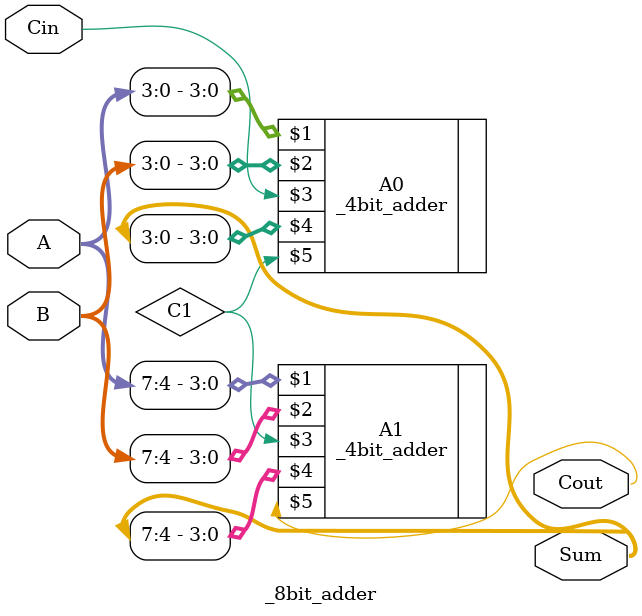
<source format=v>
module _8bit_adder (A,B,Cin,Sum,Cout);
	input [7:0] A,B;
	input Cin;
	output Cout;
	output [7:0] Sum;
	wire C1;
	 
	_4bit_adder A0(A[3:0],B[3:0],Cin,Sum[3:0],C1),
					A1(A[7:4],B[7:4],C1,Sum[7:4],Cout);
				
endmodule 
</source>
